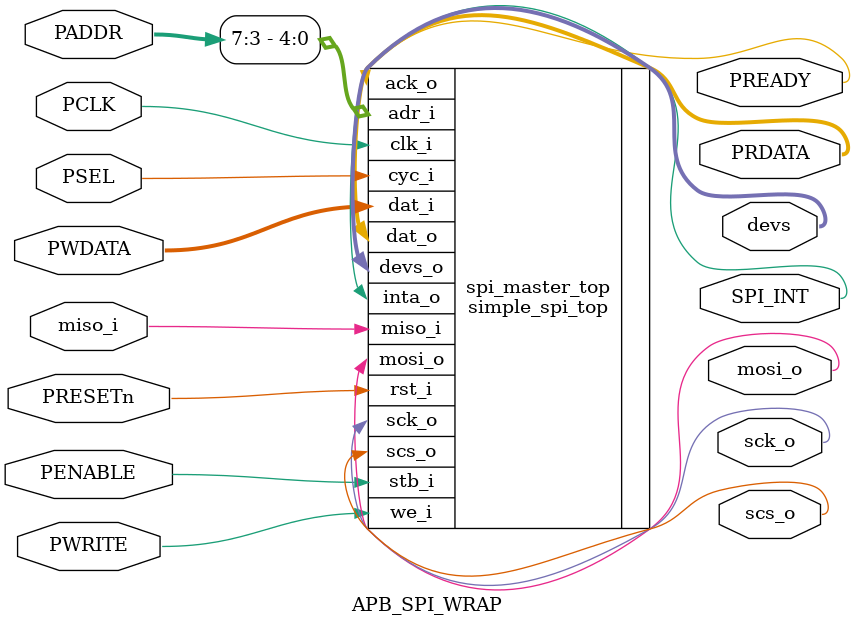
<source format=v>

`define APB_DATA_WIDTH  8
`define SPI_REG_WIDTH   8
`define APB_ADDR_WIDTH  8
module APB_SPI_WRAP
(
// APB SLAVE PORT INTERFACE 
input                             PCLK,
input                             PRESETn,
input [`APB_ADDR_WIDTH-1:0 ]      PADDR,
input                             PWRITE,
input                             PSEL,
input                             PENABLE,
input [`APB_DATA_WIDTH-1:0 ]      PWDATA,
output [`APB_DATA_WIDTH-1:0 ]     PRDATA,
output                            PREADY,
//Interrupt
output wire 					  SPI_INT,
// SPI signals
output scs_o,
output sck_o,
input  miso_i,
output mosi_o,
output [2:0]devs
);

simple_spi_top spi_master_top(
.clk_i(PCLK),         // clock
.rst_i(PRESETn),         // reset (asynchronous active low)
.cyc_i(PSEL),         // cycle
.stb_i(PENABLE),         // strobe
.adr_i(PADDR[7:3]),         // address
.we_i(PWRITE),          // write enable
.dat_i(PWDATA),         // data input
.dat_o(PRDATA),         // data output
.ack_o(PREADY),         // normal bus termination
.inta_o(SPI_INT),        // interrupt output
//SPI INTERFACE
.sck_o(sck_o),         // serial clock output
.mosi_o(mosi_o),        // MasterOut SlaveIN
.miso_i(miso_i),         // MasterIn SlaveOut
.scs_o(scs_o),
.devs_o(devs)
);


endmodule
</source>
